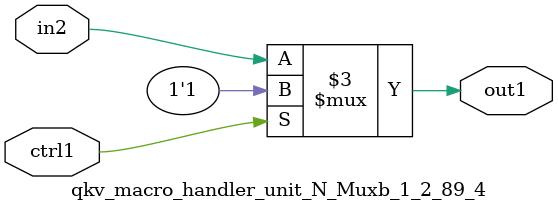
<source format=v>

`timescale 1ps / 1ps


module qkv_macro_handler_unit_N_Muxb_1_2_89_4( in2, ctrl1, out1 );

    input in2;
    input ctrl1;
    output out1;
    reg out1;

    
    // rtl_process:qkv_macro_handler_unit_N_Muxb_1_2_89_4/qkv_macro_handler_unit_N_Muxb_1_2_89_4_thread_1
    always @*
      begin : qkv_macro_handler_unit_N_Muxb_1_2_89_4_thread_1
        case (ctrl1) 
          1'b1: 
            begin
              out1 = 1'b1;
            end
          default: 
            begin
              out1 = in2;
            end
        endcase
      end

endmodule



</source>
